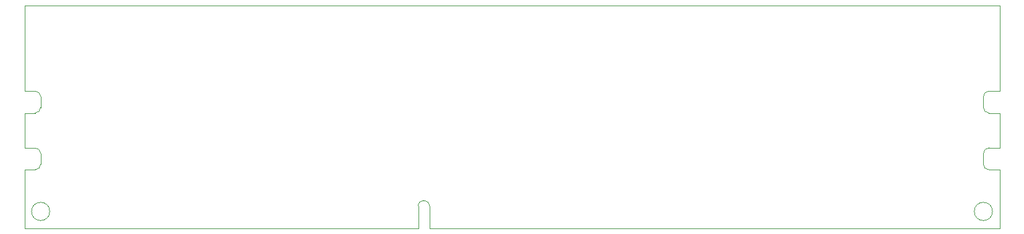
<source format=gbr>
%TF.GenerationSoftware,KiCad,Pcbnew,(6.0.5)*%
%TF.CreationDate,2022-06-20T18:58:19+05:30*%
%TF.ProjectId,ddr3-dimm,64647233-2d64-4696-9d6d-2e6b69636164,v01.0*%
%TF.SameCoordinates,Original*%
%TF.FileFunction,Profile,NP*%
%FSLAX46Y46*%
G04 Gerber Fmt 4.6, Leading zero omitted, Abs format (unit mm)*
G04 Created by KiCad (PCBNEW (6.0.5)) date 2022-06-20 18:58:19*
%MOMM*%
%LPD*%
G01*
G04 APERTURE LIST*
%TA.AperFunction,Profile*%
%ADD10C,0.025400*%
%TD*%
G04 APERTURE END LIST*
D10*
X85725000Y-116840000D02*
X85725000Y-108839000D01*
X218109800Y-114528600D02*
G75*
G03*
X218109800Y-114528600I-1244600J0D01*
G01*
X217627200Y-98069400D02*
G75*
G03*
X216865200Y-98806000I-12700J-749300D01*
G01*
X219075000Y-105841800D02*
X219075000Y-101066600D01*
X87934800Y-108077000D02*
X87934800Y-106603800D01*
X87172800Y-101066600D02*
G75*
G03*
X87934800Y-100304600I0J762000D01*
G01*
X87172800Y-108839000D02*
G75*
G03*
X87934800Y-108077000I0J762000D01*
G01*
X219075000Y-116840000D02*
X219075000Y-108839000D01*
X217627200Y-101066600D02*
X219075000Y-101066600D01*
X87172800Y-108839000D02*
X85725000Y-108839000D01*
X87172800Y-105841800D02*
X85725000Y-105841800D01*
X217627200Y-105841800D02*
X219075000Y-105841800D01*
X216865200Y-100304600D02*
G75*
G03*
X217627200Y-101066600I762000J0D01*
G01*
X217627200Y-98069400D02*
X219075000Y-98069400D01*
X216865200Y-106603800D02*
X216865200Y-108077000D01*
X216865200Y-108077000D02*
G75*
G03*
X217627200Y-108839000I762000J0D01*
G01*
X217627200Y-105841800D02*
G75*
G03*
X216865200Y-106603800I0J-762000D01*
G01*
X85725000Y-105841800D02*
X85725000Y-101066600D01*
X85725000Y-98069400D02*
X85725000Y-86360000D01*
X219075000Y-116840000D02*
X141097000Y-116840000D01*
X87934800Y-98806000D02*
G75*
G03*
X87172800Y-98069400I-749300J-12700D01*
G01*
X219075000Y-86360000D02*
X219075000Y-98069400D01*
X139573000Y-116840000D02*
X85725000Y-116840000D01*
X89179400Y-114528600D02*
G75*
G03*
X89179400Y-114528600I-1244600J0D01*
G01*
X139573000Y-116840000D02*
X139573000Y-113792000D01*
X87172800Y-98069400D02*
X85725000Y-98069400D01*
X87172800Y-101066600D02*
X85725000Y-101066600D01*
X87934800Y-106603800D02*
G75*
G03*
X87172800Y-105841800I-762000J0D01*
G01*
X141097000Y-116840000D02*
X141097000Y-113792000D01*
X216865200Y-98806000D02*
X216865200Y-100304600D01*
X85725000Y-86360000D02*
X219075000Y-86360000D01*
X217627200Y-108839000D02*
X219075000Y-108839000D01*
X141097000Y-113792000D02*
G75*
G03*
X139573000Y-113792000I-762000J0D01*
G01*
X87934800Y-100304600D02*
X87934800Y-98806000D01*
M02*

</source>
